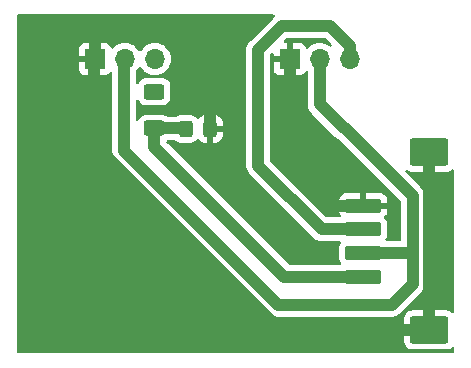
<source format=gbr>
%TF.GenerationSoftware,KiCad,Pcbnew,8.0.1*%
%TF.CreationDate,2024-07-13T23:12:29+02:00*%
%TF.ProjectId,SignalsPort,5369676e-616c-4735-906f-72742e6b6963,rev?*%
%TF.SameCoordinates,Original*%
%TF.FileFunction,Copper,L1,Top*%
%TF.FilePolarity,Positive*%
%FSLAX46Y46*%
G04 Gerber Fmt 4.6, Leading zero omitted, Abs format (unit mm)*
G04 Created by KiCad (PCBNEW 8.0.1) date 2024-07-13 23:12:29*
%MOMM*%
%LPD*%
G01*
G04 APERTURE LIST*
G04 Aperture macros list*
%AMRoundRect*
0 Rectangle with rounded corners*
0 $1 Rounding radius*
0 $2 $3 $4 $5 $6 $7 $8 $9 X,Y pos of 4 corners*
0 Add a 4 corners polygon primitive as box body*
4,1,4,$2,$3,$4,$5,$6,$7,$8,$9,$2,$3,0*
0 Add four circle primitives for the rounded corners*
1,1,$1+$1,$2,$3*
1,1,$1+$1,$4,$5*
1,1,$1+$1,$6,$7*
1,1,$1+$1,$8,$9*
0 Add four rect primitives between the rounded corners*
20,1,$1+$1,$2,$3,$4,$5,0*
20,1,$1+$1,$4,$5,$6,$7,0*
20,1,$1+$1,$6,$7,$8,$9,0*
20,1,$1+$1,$8,$9,$2,$3,0*%
G04 Aperture macros list end*
%TA.AperFunction,SMDPad,CuDef*%
%ADD10RoundRect,0.250000X1.300000X-0.350000X1.300000X0.350000X-1.300000X0.350000X-1.300000X-0.350000X0*%
%TD*%
%TA.AperFunction,SMDPad,CuDef*%
%ADD11RoundRect,0.250001X1.399999X-0.899999X1.399999X0.899999X-1.399999X0.899999X-1.399999X-0.899999X0*%
%TD*%
%TA.AperFunction,SMDPad,CuDef*%
%ADD12RoundRect,0.250000X0.325000X0.450000X-0.325000X0.450000X-0.325000X-0.450000X0.325000X-0.450000X0*%
%TD*%
%TA.AperFunction,ComponentPad*%
%ADD13R,1.700000X1.700000*%
%TD*%
%TA.AperFunction,ComponentPad*%
%ADD14O,1.700000X1.700000*%
%TD*%
%TA.AperFunction,SMDPad,CuDef*%
%ADD15RoundRect,0.250000X0.625000X-0.400000X0.625000X0.400000X-0.625000X0.400000X-0.625000X-0.400000X0*%
%TD*%
%TA.AperFunction,Conductor*%
%ADD16C,1.000000*%
%TD*%
G04 APERTURE END LIST*
D10*
%TO.P,J3,1,Pin_1*%
%TO.N,Net-(D1-A)*%
X145900000Y-109000000D03*
%TO.P,J3,2,Pin_2*%
%TO.N,+6V*%
X145900000Y-107000000D03*
%TO.P,J3,3,Pin_3*%
%TO.N,Net-(J1-Pin_3)*%
X145900000Y-105000000D03*
%TO.P,J3,4,Pin_4*%
%TO.N,GNDREF*%
X145900000Y-103000000D03*
D11*
%TO.P,J3,MP*%
%TO.N,N/C*%
X151500000Y-113520000D03*
X151500000Y-98480000D03*
%TD*%
D12*
%TO.P,D1,1,K*%
%TO.N,GNDREF*%
X132925000Y-96500000D03*
%TO.P,D1,2,A*%
%TO.N,Net-(D1-A)*%
X130875000Y-96500000D03*
%TD*%
D13*
%TO.P,J2,1,Pin_1*%
%TO.N,GNDREF*%
X123175000Y-90575000D03*
D14*
%TO.P,J2,2,Pin_2*%
%TO.N,+6V*%
X125715000Y-90575000D03*
%TO.P,J2,3,Pin_3*%
%TO.N,Net-(J2-Pin_3)*%
X128255000Y-90575000D03*
%TD*%
D15*
%TO.P,R1,1*%
%TO.N,Net-(D1-A)*%
X128200000Y-96450000D03*
%TO.P,R1,2*%
%TO.N,Net-(J2-Pin_3)*%
X128200000Y-93350000D03*
%TD*%
D13*
%TO.P,J1,1,Pin_1*%
%TO.N,GNDREF*%
X139675000Y-90575000D03*
D14*
%TO.P,J1,2,Pin_2*%
%TO.N,+6V*%
X142215000Y-90575000D03*
%TO.P,J1,3,Pin_3*%
%TO.N,Net-(J1-Pin_3)*%
X144755000Y-90575000D03*
%TD*%
D16*
%TO.N,+6V*%
X144340000Y-96440000D02*
X150100000Y-102200000D01*
X138700000Y-111400000D02*
X125660000Y-98360000D01*
X142215000Y-94415000D02*
X144240000Y-96440000D01*
X125660000Y-90630000D02*
X125715000Y-90575000D01*
X150100000Y-109600000D02*
X148300000Y-111400000D01*
X145900000Y-107000000D02*
X150100000Y-107000000D01*
X150100000Y-107000000D02*
X150100000Y-109600000D01*
X125660000Y-98360000D02*
X125660000Y-90630000D01*
X142215000Y-90575000D02*
X142215000Y-94415000D01*
X148300000Y-111400000D02*
X138700000Y-111400000D01*
X144240000Y-96440000D02*
X144340000Y-96440000D01*
X150100000Y-102200000D02*
X150100000Y-107000000D01*
%TO.N,GNDREF*%
X139675000Y-99275000D02*
X139675000Y-90575000D01*
X151500000Y-113520000D02*
X138840102Y-113520000D01*
X123200000Y-88900000D02*
X123200000Y-89400000D01*
X138840102Y-113520000D02*
X123120000Y-97799898D01*
X132925000Y-90425000D02*
X130400000Y-87900000D01*
X123120000Y-97799898D02*
X123120000Y-90630000D01*
X123175000Y-89425000D02*
X123175000Y-90575000D01*
X130400000Y-87900000D02*
X124200000Y-87900000D01*
X123120000Y-90630000D02*
X123175000Y-90575000D01*
X124200000Y-87900000D02*
X123200000Y-88900000D01*
X151500000Y-113520000D02*
X151500000Y-98480000D01*
X123200000Y-89400000D02*
X123175000Y-89425000D01*
X132925000Y-96500000D02*
X132925000Y-90425000D01*
X143400000Y-103000000D02*
X139675000Y-99275000D01*
X145900000Y-103000000D02*
X143400000Y-103000000D01*
%TO.N,Net-(J1-Pin_3)*%
X137000000Y-99600000D02*
X142400000Y-105000000D01*
X144755000Y-89455000D02*
X143100000Y-87800000D01*
X143100000Y-87800000D02*
X139000000Y-87800000D01*
X139000000Y-87800000D02*
X137000000Y-89800000D01*
X144755000Y-90575000D02*
X144755000Y-89455000D01*
X142400000Y-105000000D02*
X145900000Y-105000000D01*
X137000000Y-89800000D02*
X137000000Y-99600000D01*
%TO.N,Net-(J2-Pin_3)*%
X128255000Y-90575000D02*
X128200000Y-90630000D01*
%TO.N,Net-(D1-A)*%
X128200000Y-98000000D02*
X139200000Y-109000000D01*
X139200000Y-109000000D02*
X145900000Y-109000000D01*
X128200000Y-98000000D02*
X128200000Y-96450000D01*
X130825000Y-96450000D02*
X130875000Y-96500000D01*
X128200000Y-96450000D02*
X130825000Y-96450000D01*
%TD*%
%TA.AperFunction,Conductor*%
%TO.N,GNDREF*%
G36*
X138353647Y-86820185D02*
G01*
X138399402Y-86872989D01*
X138409346Y-86942147D01*
X138380321Y-87005703D01*
X138365275Y-87020352D01*
X138362218Y-87022860D01*
X138292540Y-87092539D01*
X138222861Y-87162218D01*
X138222858Y-87162221D01*
X136362221Y-89022858D01*
X136362218Y-89022861D01*
X136301726Y-89083353D01*
X136222859Y-89162219D01*
X136113371Y-89326079D01*
X136113364Y-89326092D01*
X136037950Y-89508160D01*
X136037947Y-89508170D01*
X135999500Y-89701456D01*
X135999500Y-89701459D01*
X135999500Y-99698541D01*
X135999500Y-99698543D01*
X135999499Y-99698543D01*
X136037947Y-99891829D01*
X136037950Y-99891839D01*
X136113364Y-100073907D01*
X136113371Y-100073920D01*
X136222860Y-100237781D01*
X136222863Y-100237785D01*
X136366537Y-100381459D01*
X136366559Y-100381479D01*
X141619735Y-105634655D01*
X141619764Y-105634686D01*
X141762214Y-105777136D01*
X141762218Y-105777139D01*
X141926079Y-105886628D01*
X141926092Y-105886635D01*
X142054833Y-105939961D01*
X142097744Y-105957735D01*
X142108164Y-105962051D01*
X142204812Y-105981275D01*
X142240098Y-105988294D01*
X142301458Y-106000500D01*
X142301459Y-106000500D01*
X142301460Y-106000500D01*
X142498540Y-106000500D01*
X143896659Y-106000500D01*
X143963698Y-106020185D01*
X144009453Y-106072989D01*
X144019397Y-106142147D01*
X144002198Y-106189596D01*
X143915189Y-106330659D01*
X143915186Y-106330666D01*
X143860001Y-106497203D01*
X143860001Y-106497204D01*
X143860000Y-106497204D01*
X143849500Y-106599983D01*
X143849500Y-107400001D01*
X143849501Y-107400019D01*
X143860000Y-107502796D01*
X143860001Y-107502799D01*
X143915185Y-107669331D01*
X143915189Y-107669340D01*
X144002198Y-107810404D01*
X144020638Y-107877796D01*
X143999715Y-107944459D01*
X143946073Y-107989229D01*
X143896659Y-107999500D01*
X139665782Y-107999500D01*
X139598743Y-107979815D01*
X139578101Y-107963181D01*
X129277101Y-97662181D01*
X129243616Y-97600858D01*
X129248600Y-97531166D01*
X129290472Y-97475233D01*
X129355936Y-97450816D01*
X129364782Y-97450500D01*
X129937770Y-97450500D01*
X130004809Y-97470185D01*
X130025451Y-97486819D01*
X130081344Y-97542712D01*
X130230666Y-97634814D01*
X130397203Y-97689999D01*
X130499991Y-97700500D01*
X131250008Y-97700499D01*
X131250016Y-97700498D01*
X131250019Y-97700498D01*
X131306302Y-97694748D01*
X131352797Y-97689999D01*
X131519334Y-97634814D01*
X131668656Y-97542712D01*
X131792712Y-97418656D01*
X131794752Y-97415347D01*
X131796745Y-97413555D01*
X131797193Y-97412989D01*
X131797289Y-97413065D01*
X131846694Y-97368623D01*
X131915656Y-97357395D01*
X131979740Y-97385234D01*
X132005829Y-97415339D01*
X132007681Y-97418341D01*
X132007683Y-97418344D01*
X132131654Y-97542315D01*
X132280875Y-97634356D01*
X132280880Y-97634358D01*
X132447302Y-97689505D01*
X132447309Y-97689506D01*
X132550019Y-97699999D01*
X132674999Y-97699999D01*
X132675000Y-97699998D01*
X132675000Y-96750000D01*
X133175000Y-96750000D01*
X133175000Y-97699999D01*
X133299972Y-97699999D01*
X133299986Y-97699998D01*
X133402697Y-97689505D01*
X133569119Y-97634358D01*
X133569124Y-97634356D01*
X133718345Y-97542315D01*
X133842315Y-97418345D01*
X133934356Y-97269124D01*
X133934358Y-97269119D01*
X133989505Y-97102697D01*
X133989506Y-97102690D01*
X133999999Y-96999986D01*
X134000000Y-96999973D01*
X134000000Y-96750000D01*
X133175000Y-96750000D01*
X132675000Y-96750000D01*
X132675000Y-95300000D01*
X133175000Y-95300000D01*
X133175000Y-96250000D01*
X133999999Y-96250000D01*
X133999999Y-96000028D01*
X133999998Y-96000013D01*
X133989505Y-95897302D01*
X133934358Y-95730880D01*
X133934356Y-95730875D01*
X133842315Y-95581654D01*
X133718345Y-95457684D01*
X133569124Y-95365643D01*
X133569119Y-95365641D01*
X133402697Y-95310494D01*
X133402690Y-95310493D01*
X133299986Y-95300000D01*
X133175000Y-95300000D01*
X132675000Y-95300000D01*
X132550027Y-95300000D01*
X132550012Y-95300001D01*
X132447302Y-95310494D01*
X132280880Y-95365641D01*
X132280875Y-95365643D01*
X132131654Y-95457684D01*
X132007683Y-95581655D01*
X132007679Y-95581660D01*
X132005826Y-95584665D01*
X132004018Y-95586290D01*
X132003202Y-95587323D01*
X132003025Y-95587183D01*
X131953874Y-95631385D01*
X131884911Y-95642601D01*
X131820831Y-95614752D01*
X131794753Y-95584653D01*
X131794737Y-95584628D01*
X131792712Y-95581344D01*
X131668656Y-95457288D01*
X131519334Y-95365186D01*
X131352797Y-95310001D01*
X131352795Y-95310000D01*
X131250010Y-95299500D01*
X130499998Y-95299500D01*
X130499980Y-95299501D01*
X130397203Y-95310000D01*
X130397200Y-95310001D01*
X130230668Y-95365185D01*
X130230659Y-95365189D01*
X130123900Y-95431039D01*
X130058804Y-95449500D01*
X129316196Y-95449500D01*
X129251100Y-95431039D01*
X129144340Y-95365189D01*
X129144335Y-95365187D01*
X129144334Y-95365186D01*
X128977797Y-95310001D01*
X128977795Y-95310000D01*
X128875010Y-95299500D01*
X127524998Y-95299500D01*
X127524981Y-95299501D01*
X127422203Y-95310000D01*
X127422200Y-95310001D01*
X127255668Y-95365185D01*
X127255663Y-95365187D01*
X127106342Y-95457289D01*
X126982289Y-95581342D01*
X126979237Y-95586290D01*
X126907288Y-95702940D01*
X126890039Y-95730905D01*
X126838091Y-95777629D01*
X126769129Y-95788852D01*
X126705046Y-95761008D01*
X126666190Y-95702940D01*
X126660500Y-95665808D01*
X126660500Y-94134191D01*
X126680185Y-94067152D01*
X126732989Y-94021397D01*
X126802147Y-94011453D01*
X126865703Y-94040478D01*
X126890039Y-94069095D01*
X126890185Y-94069331D01*
X126890186Y-94069334D01*
X126982288Y-94218656D01*
X127106344Y-94342712D01*
X127255666Y-94434814D01*
X127422203Y-94489999D01*
X127524991Y-94500500D01*
X128875008Y-94500499D01*
X128977797Y-94489999D01*
X129144334Y-94434814D01*
X129293656Y-94342712D01*
X129417712Y-94218656D01*
X129509814Y-94069334D01*
X129564999Y-93902797D01*
X129575500Y-93800009D01*
X129575499Y-92899992D01*
X129564999Y-92797203D01*
X129509814Y-92630666D01*
X129417712Y-92481344D01*
X129293656Y-92357288D01*
X129144334Y-92265186D01*
X128977797Y-92210001D01*
X128977795Y-92210000D01*
X128875010Y-92199500D01*
X127524998Y-92199500D01*
X127524981Y-92199501D01*
X127422203Y-92210000D01*
X127422200Y-92210001D01*
X127255668Y-92265185D01*
X127255663Y-92265187D01*
X127106342Y-92357289D01*
X126982289Y-92481342D01*
X126982288Y-92481344D01*
X126907288Y-92602940D01*
X126890039Y-92630905D01*
X126838091Y-92677629D01*
X126769129Y-92688852D01*
X126705046Y-92661008D01*
X126666190Y-92602940D01*
X126660500Y-92565808D01*
X126660500Y-91590758D01*
X126680185Y-91523719D01*
X126696819Y-91503077D01*
X126715500Y-91484396D01*
X126753495Y-91446401D01*
X126883425Y-91260842D01*
X126938002Y-91217217D01*
X127007500Y-91210023D01*
X127069855Y-91241546D01*
X127086575Y-91260842D01*
X127216500Y-91446395D01*
X127216505Y-91446401D01*
X127383599Y-91613495D01*
X127460135Y-91667086D01*
X127577165Y-91749032D01*
X127577167Y-91749033D01*
X127577170Y-91749035D01*
X127791337Y-91848903D01*
X128019592Y-91910063D01*
X128190319Y-91925000D01*
X128254999Y-91930659D01*
X128255000Y-91930659D01*
X128255001Y-91930659D01*
X128319681Y-91925000D01*
X128490408Y-91910063D01*
X128718663Y-91848903D01*
X128932830Y-91749035D01*
X129126401Y-91613495D01*
X129293495Y-91446401D01*
X129429035Y-91252830D01*
X129528903Y-91038663D01*
X129590063Y-90810408D01*
X129610659Y-90575000D01*
X129590063Y-90339592D01*
X129528903Y-90111337D01*
X129429035Y-89897171D01*
X129423425Y-89889158D01*
X129293494Y-89703597D01*
X129126402Y-89536506D01*
X129126395Y-89536501D01*
X129115021Y-89528537D01*
X129083447Y-89506428D01*
X128932834Y-89400967D01*
X128932830Y-89400965D01*
X128861727Y-89367809D01*
X128718663Y-89301097D01*
X128718659Y-89301096D01*
X128718655Y-89301094D01*
X128490413Y-89239938D01*
X128490403Y-89239936D01*
X128255001Y-89219341D01*
X128254999Y-89219341D01*
X128019596Y-89239936D01*
X128019586Y-89239938D01*
X127791344Y-89301094D01*
X127791335Y-89301098D01*
X127577171Y-89400964D01*
X127577169Y-89400965D01*
X127383597Y-89536505D01*
X127216505Y-89703597D01*
X127086575Y-89889158D01*
X127031998Y-89932783D01*
X126962500Y-89939977D01*
X126900145Y-89908454D01*
X126883425Y-89889158D01*
X126753494Y-89703597D01*
X126586402Y-89536506D01*
X126586395Y-89536501D01*
X126575021Y-89528537D01*
X126543447Y-89506428D01*
X126392834Y-89400967D01*
X126392830Y-89400965D01*
X126321727Y-89367809D01*
X126178663Y-89301097D01*
X126178659Y-89301096D01*
X126178655Y-89301094D01*
X125950413Y-89239938D01*
X125950403Y-89239936D01*
X125715001Y-89219341D01*
X125714999Y-89219341D01*
X125479596Y-89239936D01*
X125479586Y-89239938D01*
X125251344Y-89301094D01*
X125251335Y-89301098D01*
X125037171Y-89400964D01*
X125037169Y-89400965D01*
X124843600Y-89536503D01*
X124721284Y-89658819D01*
X124659961Y-89692303D01*
X124590269Y-89687319D01*
X124534336Y-89645447D01*
X124517421Y-89614470D01*
X124468354Y-89482913D01*
X124468350Y-89482906D01*
X124382190Y-89367812D01*
X124382187Y-89367809D01*
X124267093Y-89281649D01*
X124267086Y-89281645D01*
X124132379Y-89231403D01*
X124132372Y-89231401D01*
X124072844Y-89225000D01*
X123425000Y-89225000D01*
X123425000Y-90141988D01*
X123367993Y-90109075D01*
X123240826Y-90075000D01*
X123109174Y-90075000D01*
X122982007Y-90109075D01*
X122925000Y-90141988D01*
X122925000Y-89225000D01*
X122277155Y-89225000D01*
X122217627Y-89231401D01*
X122217620Y-89231403D01*
X122082913Y-89281645D01*
X122082906Y-89281649D01*
X121967812Y-89367809D01*
X121967809Y-89367812D01*
X121881649Y-89482906D01*
X121881645Y-89482913D01*
X121831403Y-89617620D01*
X121831401Y-89617627D01*
X121825000Y-89677155D01*
X121825000Y-90325000D01*
X122741988Y-90325000D01*
X122709075Y-90382007D01*
X122675000Y-90509174D01*
X122675000Y-90640826D01*
X122709075Y-90767993D01*
X122741988Y-90825000D01*
X121825000Y-90825000D01*
X121825000Y-91472844D01*
X121831401Y-91532372D01*
X121831403Y-91532379D01*
X121881645Y-91667086D01*
X121881649Y-91667093D01*
X121967809Y-91782187D01*
X121967812Y-91782190D01*
X122082906Y-91868350D01*
X122082913Y-91868354D01*
X122217620Y-91918596D01*
X122217627Y-91918598D01*
X122277155Y-91924999D01*
X122277172Y-91925000D01*
X122925000Y-91925000D01*
X122925000Y-91008012D01*
X122982007Y-91040925D01*
X123109174Y-91075000D01*
X123240826Y-91075000D01*
X123367993Y-91040925D01*
X123425000Y-91008012D01*
X123425000Y-91925000D01*
X124072828Y-91925000D01*
X124072844Y-91924999D01*
X124132372Y-91918598D01*
X124132379Y-91918596D01*
X124267086Y-91868354D01*
X124267093Y-91868350D01*
X124382186Y-91782190D01*
X124436233Y-91709995D01*
X124492167Y-91668124D01*
X124561859Y-91663140D01*
X124623182Y-91696625D01*
X124656666Y-91757949D01*
X124659500Y-91784306D01*
X124659500Y-98458544D01*
X124695152Y-98637779D01*
X124697948Y-98651834D01*
X124697949Y-98651838D01*
X124773364Y-98833907D01*
X124773371Y-98833920D01*
X124882860Y-98997781D01*
X124882863Y-98997785D01*
X125026537Y-99141459D01*
X125026559Y-99141479D01*
X137919735Y-112034655D01*
X137919764Y-112034686D01*
X138062214Y-112177136D01*
X138062218Y-112177139D01*
X138226079Y-112286628D01*
X138226092Y-112286635D01*
X138354833Y-112339961D01*
X138397744Y-112357735D01*
X138408164Y-112362051D01*
X138504812Y-112381275D01*
X138553135Y-112390887D01*
X138601458Y-112400500D01*
X138601459Y-112400500D01*
X148398542Y-112400500D01*
X148417870Y-112396655D01*
X148495188Y-112381275D01*
X148591836Y-112362051D01*
X148645165Y-112339961D01*
X148773914Y-112286632D01*
X148937782Y-112177139D01*
X149077139Y-112037782D01*
X149077139Y-112037780D01*
X149087347Y-112027573D01*
X149087348Y-112027570D01*
X150877139Y-110237782D01*
X150986631Y-110073915D01*
X150986632Y-110073914D01*
X151062051Y-109891835D01*
X151100500Y-109698541D01*
X151100500Y-106901459D01*
X151100500Y-102101459D01*
X151100500Y-102101456D01*
X151062052Y-101908170D01*
X151062051Y-101908169D01*
X151062051Y-101908165D01*
X151058669Y-101900000D01*
X150986635Y-101726092D01*
X150986628Y-101726079D01*
X150877139Y-101562218D01*
X150877136Y-101562214D01*
X150734686Y-101419764D01*
X150734655Y-101419735D01*
X149484526Y-100169606D01*
X149451041Y-100108283D01*
X149456025Y-100038591D01*
X149497897Y-99982658D01*
X149563361Y-99958241D01*
X149631634Y-99973093D01*
X149637304Y-99976387D01*
X149780662Y-100064812D01*
X149780664Y-100064813D01*
X149780666Y-100064814D01*
X149947203Y-100119999D01*
X150049992Y-100130500D01*
X150049997Y-100130500D01*
X152950003Y-100130500D01*
X152950008Y-100130500D01*
X153052797Y-100119999D01*
X153219334Y-100064814D01*
X153368655Y-99972711D01*
X153387819Y-99953547D01*
X153449142Y-99920062D01*
X153518834Y-99925046D01*
X153574767Y-99966918D01*
X153599184Y-100032382D01*
X153599500Y-100041228D01*
X153599500Y-111958772D01*
X153579815Y-112025811D01*
X153527011Y-112071566D01*
X153457853Y-112081510D01*
X153394297Y-112052485D01*
X153387819Y-112046453D01*
X153368655Y-112027289D01*
X153368651Y-112027286D01*
X153219337Y-111935187D01*
X153219335Y-111935186D01*
X153136065Y-111907593D01*
X153052797Y-111880001D01*
X153052795Y-111880000D01*
X152950015Y-111869500D01*
X152950008Y-111869500D01*
X150049992Y-111869500D01*
X150049984Y-111869500D01*
X149947204Y-111880000D01*
X149947203Y-111880001D01*
X149780664Y-111935186D01*
X149780662Y-111935187D01*
X149631348Y-112027286D01*
X149631344Y-112027289D01*
X149507289Y-112151344D01*
X149507286Y-112151348D01*
X149415187Y-112300662D01*
X149415186Y-112300664D01*
X149360001Y-112467203D01*
X149360000Y-112467204D01*
X149349500Y-112569984D01*
X149349500Y-114470015D01*
X149360000Y-114572795D01*
X149360001Y-114572796D01*
X149415186Y-114739335D01*
X149415187Y-114739337D01*
X149507286Y-114888651D01*
X149507289Y-114888655D01*
X149631344Y-115012710D01*
X149631348Y-115012713D01*
X149780662Y-115104812D01*
X149780664Y-115104813D01*
X149780666Y-115104814D01*
X149947203Y-115159999D01*
X150049992Y-115170500D01*
X150049997Y-115170500D01*
X152950003Y-115170500D01*
X152950008Y-115170500D01*
X153052797Y-115159999D01*
X153219334Y-115104814D01*
X153368655Y-115012711D01*
X153387819Y-114993547D01*
X153449142Y-114960062D01*
X153518834Y-114965046D01*
X153574767Y-115006918D01*
X153599184Y-115072382D01*
X153599500Y-115081228D01*
X153599500Y-115375500D01*
X153579815Y-115442539D01*
X153527011Y-115488294D01*
X153475500Y-115499500D01*
X116724500Y-115499500D01*
X116657461Y-115479815D01*
X116611706Y-115427011D01*
X116600500Y-115375500D01*
X116600500Y-86924500D01*
X116620185Y-86857461D01*
X116672989Y-86811706D01*
X116724500Y-86800500D01*
X138286608Y-86800500D01*
X138353647Y-86820185D01*
G37*
%TD.AperFunction*%
%TA.AperFunction,Conductor*%
G36*
X138244334Y-90073100D02*
G01*
X138300267Y-90114972D01*
X138324684Y-90180436D01*
X138325000Y-90189282D01*
X138325000Y-90325000D01*
X139241988Y-90325000D01*
X139209075Y-90382007D01*
X139175000Y-90509174D01*
X139175000Y-90640826D01*
X139209075Y-90767993D01*
X139241988Y-90825000D01*
X138325000Y-90825000D01*
X138325000Y-91472844D01*
X138331401Y-91532372D01*
X138331403Y-91532379D01*
X138381645Y-91667086D01*
X138381649Y-91667093D01*
X138467809Y-91782187D01*
X138467812Y-91782190D01*
X138582906Y-91868350D01*
X138582913Y-91868354D01*
X138717620Y-91918596D01*
X138717627Y-91918598D01*
X138777155Y-91924999D01*
X138777172Y-91925000D01*
X139425000Y-91925000D01*
X139425000Y-91008012D01*
X139482007Y-91040925D01*
X139609174Y-91075000D01*
X139740826Y-91075000D01*
X139867993Y-91040925D01*
X139925000Y-91008012D01*
X139925000Y-91925000D01*
X140572828Y-91925000D01*
X140572844Y-91924999D01*
X140632372Y-91918598D01*
X140632379Y-91918596D01*
X140767086Y-91868354D01*
X140767093Y-91868350D01*
X140882187Y-91782190D01*
X140882190Y-91782187D01*
X140968350Y-91667093D01*
X140968354Y-91667086D01*
X140974318Y-91651097D01*
X141016189Y-91595163D01*
X141081653Y-91570746D01*
X141149926Y-91585597D01*
X141199332Y-91635002D01*
X141214500Y-91694430D01*
X141214500Y-94513541D01*
X141214500Y-94513543D01*
X141214499Y-94513543D01*
X141252947Y-94706829D01*
X141252950Y-94706839D01*
X141328364Y-94888907D01*
X141328371Y-94888920D01*
X141437859Y-95052780D01*
X141437860Y-95052781D01*
X141437861Y-95052782D01*
X141577218Y-95192139D01*
X141577219Y-95192139D01*
X141584286Y-95199206D01*
X141584285Y-95199206D01*
X141584288Y-95199208D01*
X143462860Y-97077781D01*
X143462861Y-97077782D01*
X143552231Y-97167152D01*
X143602219Y-97217140D01*
X143766079Y-97326628D01*
X143766086Y-97326632D01*
X143821187Y-97349455D01*
X143861415Y-97376335D01*
X149063181Y-102578101D01*
X149096666Y-102639424D01*
X149099500Y-102665782D01*
X149099500Y-105875500D01*
X149079815Y-105942539D01*
X149027011Y-105988294D01*
X148975500Y-105999500D01*
X147903341Y-105999500D01*
X147836302Y-105979815D01*
X147790547Y-105927011D01*
X147780603Y-105857853D01*
X147797802Y-105810404D01*
X147884810Y-105669340D01*
X147884814Y-105669334D01*
X147939999Y-105502797D01*
X147950500Y-105400009D01*
X147950499Y-104599992D01*
X147939999Y-104497203D01*
X147884814Y-104330666D01*
X147792712Y-104181344D01*
X147698695Y-104087327D01*
X147665210Y-104026004D01*
X147670194Y-103956312D01*
X147698695Y-103911964D01*
X147792317Y-103818342D01*
X147884356Y-103669124D01*
X147884358Y-103669119D01*
X147939505Y-103502697D01*
X147939506Y-103502690D01*
X147949999Y-103399986D01*
X147950000Y-103399973D01*
X147950000Y-103250000D01*
X143850001Y-103250000D01*
X143850001Y-103399986D01*
X143860494Y-103502697D01*
X143915641Y-103669119D01*
X143915643Y-103669124D01*
X144002785Y-103810403D01*
X144021225Y-103877796D01*
X144000302Y-103944459D01*
X143946660Y-103989229D01*
X143897246Y-103999500D01*
X142865782Y-103999500D01*
X142798743Y-103979815D01*
X142778101Y-103963181D01*
X141564920Y-102750000D01*
X143850000Y-102750000D01*
X145650000Y-102750000D01*
X145650000Y-101900000D01*
X146150000Y-101900000D01*
X146150000Y-102750000D01*
X147949999Y-102750000D01*
X147949999Y-102600028D01*
X147949998Y-102600013D01*
X147939505Y-102497302D01*
X147884358Y-102330880D01*
X147884356Y-102330875D01*
X147792315Y-102181654D01*
X147668345Y-102057684D01*
X147519124Y-101965643D01*
X147519119Y-101965641D01*
X147352697Y-101910494D01*
X147352690Y-101910493D01*
X147249986Y-101900000D01*
X146150000Y-101900000D01*
X145650000Y-101900000D01*
X144550028Y-101900000D01*
X144550012Y-101900001D01*
X144447302Y-101910494D01*
X144280880Y-101965641D01*
X144280875Y-101965643D01*
X144131654Y-102057684D01*
X144007684Y-102181654D01*
X143915643Y-102330875D01*
X143915641Y-102330880D01*
X143860494Y-102497302D01*
X143860493Y-102497309D01*
X143850000Y-102600013D01*
X143850000Y-102750000D01*
X141564920Y-102750000D01*
X138036819Y-99221899D01*
X138003334Y-99160576D01*
X138000500Y-99134218D01*
X138000500Y-90265782D01*
X138020185Y-90198743D01*
X138036819Y-90178101D01*
X138113319Y-90101601D01*
X138174642Y-90068116D01*
X138244334Y-90073100D01*
G37*
%TD.AperFunction*%
%TA.AperFunction,Conductor*%
G36*
X142701257Y-88820185D02*
G01*
X142721898Y-88836818D01*
X143202252Y-89317173D01*
X143235737Y-89378495D01*
X143230753Y-89448187D01*
X143188881Y-89504120D01*
X143123417Y-89528537D01*
X143055144Y-89513685D01*
X143043448Y-89506428D01*
X142892834Y-89400967D01*
X142892830Y-89400965D01*
X142821727Y-89367809D01*
X142678663Y-89301097D01*
X142678659Y-89301096D01*
X142678655Y-89301094D01*
X142450413Y-89239938D01*
X142450403Y-89239936D01*
X142215001Y-89219341D01*
X142214999Y-89219341D01*
X141979596Y-89239936D01*
X141979586Y-89239938D01*
X141751344Y-89301094D01*
X141751335Y-89301098D01*
X141537171Y-89400964D01*
X141537169Y-89400965D01*
X141343600Y-89536503D01*
X141221284Y-89658819D01*
X141159961Y-89692303D01*
X141090269Y-89687319D01*
X141034336Y-89645447D01*
X141017421Y-89614470D01*
X140968354Y-89482913D01*
X140968350Y-89482906D01*
X140882190Y-89367812D01*
X140882187Y-89367809D01*
X140767093Y-89281649D01*
X140767086Y-89281645D01*
X140632379Y-89231403D01*
X140632372Y-89231401D01*
X140572844Y-89225000D01*
X139925000Y-89225000D01*
X139925000Y-90141988D01*
X139867993Y-90109075D01*
X139740826Y-90075000D01*
X139609174Y-90075000D01*
X139482007Y-90109075D01*
X139425000Y-90141988D01*
X139425000Y-89225000D01*
X139289282Y-89225000D01*
X139222243Y-89205315D01*
X139176488Y-89152511D01*
X139166544Y-89083353D01*
X139195569Y-89019797D01*
X139201601Y-89013319D01*
X139378101Y-88836819D01*
X139439424Y-88803334D01*
X139465782Y-88800500D01*
X142634218Y-88800500D01*
X142701257Y-88820185D01*
G37*
%TD.AperFunction*%
%TD*%
M02*

</source>
